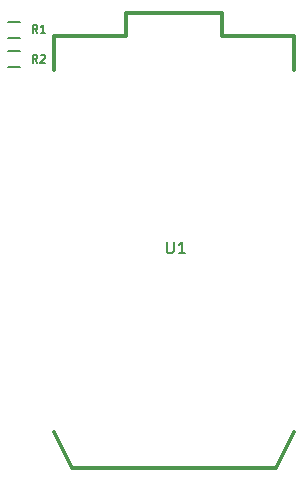
<source format=gbr>
G04 #@! TF.FileFunction,Legend,Top*
%FSLAX46Y46*%
G04 Gerber Fmt 4.6, Leading zero omitted, Abs format (unit mm)*
G04 Created by KiCad (PCBNEW 4.0.6-e0-6349~53~ubuntu14.04.1) date Thu Apr  6 14:19:21 2017*
%MOMM*%
%LPD*%
G01*
G04 APERTURE LIST*
%ADD10C,0.100000*%
%ADD11C,0.150000*%
%ADD12C,0.304800*%
G04 APERTURE END LIST*
D10*
D11*
X133100000Y-81575000D02*
X132100000Y-81575000D01*
X132100000Y-80225000D02*
X133100000Y-80225000D01*
X133100000Y-84075000D02*
X132100000Y-84075000D01*
X132100000Y-82725000D02*
X133100000Y-82725000D01*
D12*
X142096000Y-79519000D02*
X142096000Y-81424000D01*
X150224000Y-81424000D02*
X150224000Y-79519000D01*
X150224000Y-79519000D02*
X142096000Y-79519000D01*
X136000000Y-81424000D02*
X142096000Y-81424000D01*
X150224000Y-81424000D02*
X156320000Y-81424000D01*
X136000000Y-114952000D02*
X137524000Y-118000000D01*
X137524000Y-118000000D02*
X154796000Y-118000000D01*
X154796000Y-118000000D02*
X156320000Y-114952000D01*
X136000000Y-81424000D02*
X136000000Y-84345000D01*
X156320000Y-81424000D02*
X156320000Y-84345000D01*
D11*
X134583334Y-81216667D02*
X134350000Y-80883333D01*
X134183334Y-81216667D02*
X134183334Y-80516667D01*
X134450000Y-80516667D01*
X134516667Y-80550000D01*
X134550000Y-80583333D01*
X134583334Y-80650000D01*
X134583334Y-80750000D01*
X134550000Y-80816667D01*
X134516667Y-80850000D01*
X134450000Y-80883333D01*
X134183334Y-80883333D01*
X135250000Y-81216667D02*
X134850000Y-81216667D01*
X135050000Y-81216667D02*
X135050000Y-80516667D01*
X134983334Y-80616667D01*
X134916667Y-80683333D01*
X134850000Y-80716667D01*
X134583334Y-83716667D02*
X134350000Y-83383333D01*
X134183334Y-83716667D02*
X134183334Y-83016667D01*
X134450000Y-83016667D01*
X134516667Y-83050000D01*
X134550000Y-83083333D01*
X134583334Y-83150000D01*
X134583334Y-83250000D01*
X134550000Y-83316667D01*
X134516667Y-83350000D01*
X134450000Y-83383333D01*
X134183334Y-83383333D01*
X134850000Y-83083333D02*
X134883334Y-83050000D01*
X134950000Y-83016667D01*
X135116667Y-83016667D01*
X135183334Y-83050000D01*
X135216667Y-83083333D01*
X135250000Y-83150000D01*
X135250000Y-83216667D01*
X135216667Y-83316667D01*
X134816667Y-83716667D01*
X135250000Y-83716667D01*
X145538095Y-98852381D02*
X145538095Y-99661905D01*
X145585714Y-99757143D01*
X145633333Y-99804762D01*
X145728571Y-99852381D01*
X145919048Y-99852381D01*
X146014286Y-99804762D01*
X146061905Y-99757143D01*
X146109524Y-99661905D01*
X146109524Y-98852381D01*
X147109524Y-99852381D02*
X146538095Y-99852381D01*
X146823809Y-99852381D02*
X146823809Y-98852381D01*
X146728571Y-98995238D01*
X146633333Y-99090476D01*
X146538095Y-99138095D01*
M02*

</source>
